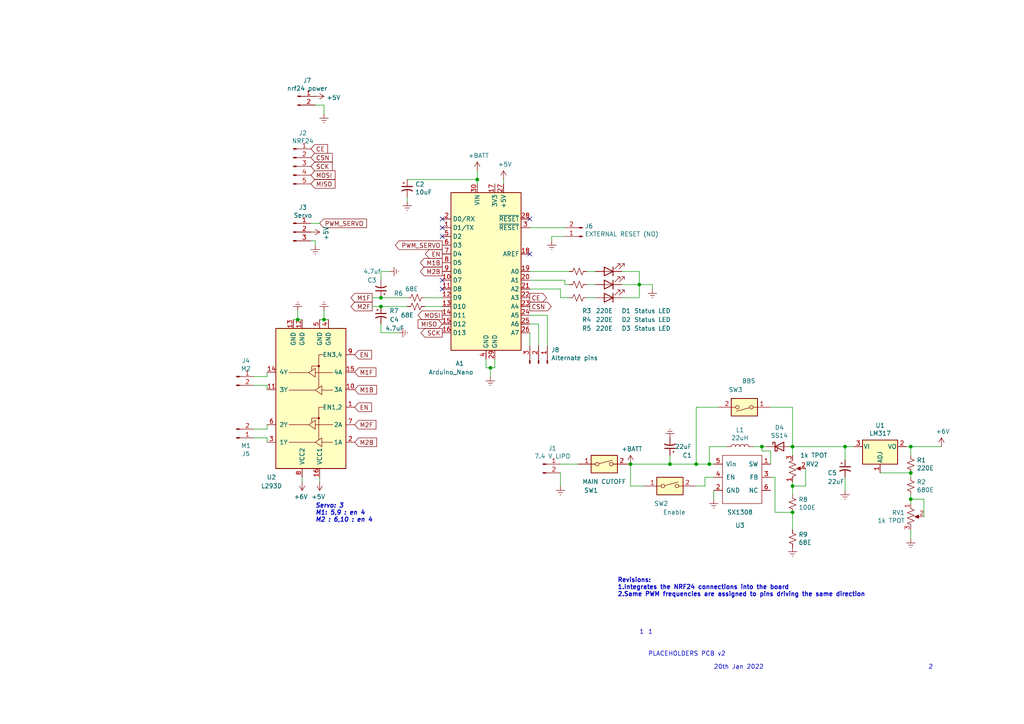
<source format=kicad_sch>
(kicad_sch (version 20211123) (generator eeschema)
  (paper "A4")
  (lib_symbols
    (symbol "Connector:Conn_01x02_Male" (pin_names (offset 1.016) hide)
      (property "Reference" "J" (at 0 2.54 0))
      (property "Value" "Conn_01x02_Male" (at 0 -5.08 0))
      (symbol "Conn_01x02_Male_1_1"
        (polyline (pts (xy 1.27 -2.54) (xy 0.8636 -2.54)) (stroke (width 0.1524)))
        (polyline (pts (xy 1.27 0) (xy 0.8636 0)) (stroke (width 0.1524)))
        (rectangle (start 0.8636 -2.413) (end 0 -2.667) (stroke (width 0.1524)) (fill (type outline)))
        (rectangle (start 0.8636 0.127) (end 0 -0.127) (stroke (width 0.1524)) (fill (type outline)))
        (pin passive line (at 5.08 0 180) (length 3.81) (name "Pin_1") (number "1"))
        (pin passive line (at 5.08 -2.54 180) (length 3.81) (name "Pin_2") (number "2"))
      )
    )
    (symbol "Connector:Conn_01x03_Male" (pin_names (offset 1.016) hide)
      (property "Reference" "J" (at 0 5.08 0))
      (property "Value" "Conn_01x03_Male" (at 0 -5.08 0))
      (symbol "Conn_01x03_Male_1_1"
        (polyline (pts (xy 1.27 -2.54) (xy 0.8636 -2.54)) (stroke (width 0.1524)))
        (polyline (pts (xy 1.27 0) (xy 0.8636 0)) (stroke (width 0.1524)))
        (polyline (pts (xy 1.27 2.54) (xy 0.8636 2.54)) (stroke (width 0.1524)))
        (rectangle (start 0.8636 -2.413) (end 0 -2.667) (stroke (width 0.1524)) (fill (type outline)))
        (rectangle (start 0.8636 0.127) (end 0 -0.127) (stroke (width 0.1524)) (fill (type outline)))
        (rectangle (start 0.8636 2.667) (end 0 2.413) (stroke (width 0.1524)) (fill (type outline)))
        (pin passive line (at 5.08 2.54 180) (length 3.81) (name "Pin_1") (number "1"))
        (pin passive line (at 5.08 0 180) (length 3.81) (name "Pin_2") (number "2"))
        (pin passive line (at 5.08 -2.54 180) (length 3.81) (name "Pin_3") (number "3"))
      )
    )
    (symbol "Connector:Conn_01x05_Male" (pin_names (offset 1.016) hide)
      (property "Reference" "J" (at 0 7.62 0))
      (property "Value" "Conn_01x05_Male" (at 0 -7.62 0))
      (symbol "Conn_01x05_Male_1_1"
        (polyline (pts (xy 1.27 -5.08) (xy 0.8636 -5.08)) (stroke (width 0.1524)))
        (polyline (pts (xy 1.27 -2.54) (xy 0.8636 -2.54)) (stroke (width 0.1524)))
        (polyline (pts (xy 1.27 0) (xy 0.8636 0)) (stroke (width 0.1524)))
        (polyline (pts (xy 1.27 2.54) (xy 0.8636 2.54)) (stroke (width 0.1524)))
        (polyline (pts (xy 1.27 5.08) (xy 0.8636 5.08)) (stroke (width 0.1524)))
        (rectangle (start 0.8636 -4.953) (end 0 -5.207) (stroke (width 0.1524)) (fill (type outline)))
        (rectangle (start 0.8636 -2.413) (end 0 -2.667) (stroke (width 0.1524)) (fill (type outline)))
        (rectangle (start 0.8636 0.127) (end 0 -0.127) (stroke (width 0.1524)) (fill (type outline)))
        (rectangle (start 0.8636 2.667) (end 0 2.413) (stroke (width 0.1524)) (fill (type outline)))
        (rectangle (start 0.8636 5.207) (end 0 4.953) (stroke (width 0.1524)) (fill (type outline)))
        (pin passive line (at 5.08 5.08 180) (length 3.81) (name "Pin_1") (number "1"))
        (pin passive line (at 5.08 2.54 180) (length 3.81) (name "Pin_2") (number "2"))
        (pin passive line (at 5.08 0 180) (length 3.81) (name "Pin_3") (number "3"))
        (pin passive line (at 5.08 -2.54 180) (length 3.81) (name "Pin_4") (number "4"))
        (pin passive line (at 5.08 -5.08 180) (length 3.81) (name "Pin_5") (number "5"))
      )
    )
    (symbol "Device:CP1_Small" (pin_numbers hide) (pin_names (offset 0.254) hide)
      (property "Reference" "C" (at 0.254 1.778 0))
      (property "Value" "Device_CP1_Small" (at 0.254 -2.032 0))
      (symbol "CP1_Small_0_1"
        (polyline (pts (xy -1.524 0.508) (xy 1.524 0.508)) (stroke (width 0.3048)))
        (polyline (pts (xy -1.27 1.524) (xy -0.762 1.524)))
        (polyline (pts (xy -1.016 1.27) (xy -1.016 1.778)))
        (arc (start 1.524 -0.762) (mid 0 -0.3734) (end -1.524 -0.762) (stroke (width 0.3048)))
      )
      (symbol "CP1_Small_1_1"
        (pin passive line (at 0 2.54 270) (length 2.032) (name "~") (number "1"))
        (pin passive line (at 0 -2.54 90) (length 2.032) (name "~") (number "2"))
      )
    )
    (symbol "Device:D_Schottky" (pin_numbers hide) (pin_names (offset 1.016) hide)
      (property "Reference" "D" (at 0 2.54 0))
      (property "Value" "D_Schottky" (at 0 -2.54 0))
      (symbol "D_Schottky_0_1"
        (polyline (pts (xy 1.27 0) (xy -1.27 0)))
        (polyline (pts (xy 1.27 1.27) (xy 1.27 -1.27) (xy -1.27 0) (xy 1.27 1.27)) (stroke (width 0.254)))
        (polyline (pts (xy -1.905 0.635) (xy -1.905 1.27) (xy -1.27 1.27) (xy -1.27 -1.27) (xy -0.635 -1.27) (xy -0.635 -0.635)) (stroke (width 0.254)))
      )
      (symbol "D_Schottky_1_1"
        (pin passive line (at -3.81 0 0) (length 2.54) (name "K") (number "1"))
        (pin passive line (at 3.81 0 180) (length 2.54) (name "A") (number "2"))
      )
    )
    (symbol "Device:L" (pin_numbers hide) (pin_names (offset 1.016) hide)
      (property "Reference" "L" (at -1.27 0 90))
      (property "Value" "L" (at 1.905 0 90))
      (symbol "L_0_1"
        (arc (start 0 -2.54) (mid 0.635 -1.905) (end 0 -1.27))
        (arc (start 0 -1.27) (mid 0.635 -0.635) (end 0 0))
        (arc (start 0 0) (mid 0.635 0.635) (end 0 1.27))
        (arc (start 0 1.27) (mid 0.635 1.905) (end 0 2.54))
      )
      (symbol "L_1_1"
        (pin passive line (at 0 3.81 270) (length 1.27) (name "1") (number "1"))
        (pin passive line (at 0 -3.81 90) (length 1.27) (name "2") (number "2"))
      )
    )
    (symbol "Device:LED" (pin_numbers hide) (pin_names (offset 1.016) hide)
      (property "Reference" "D" (at 0 2.54 0))
      (property "Value" "LED" (at 0 -2.54 0))
      (symbol "LED_0_1"
        (polyline (pts (xy -1.27 -1.27) (xy -1.27 1.27)) (stroke (width 0.254)))
        (polyline (pts (xy -1.27 0) (xy 1.27 0)))
        (polyline (pts (xy 1.27 -1.27) (xy 1.27 1.27) (xy -1.27 0) (xy 1.27 -1.27)) (stroke (width 0.254)))
        (polyline (pts (xy -3.048 -0.762) (xy -4.572 -2.286) (xy -3.81 -2.286) (xy -4.572 -2.286) (xy -4.572 -1.524)))
        (polyline (pts (xy -1.778 -0.762) (xy -3.302 -2.286) (xy -2.54 -2.286) (xy -3.302 -2.286) (xy -3.302 -1.524)))
      )
      (symbol "LED_1_1"
        (pin passive line (at -3.81 0 0) (length 2.54) (name "K") (number "1"))
        (pin passive line (at 3.81 0 180) (length 2.54) (name "A") (number "2"))
      )
    )
    (symbol "Device:R_POT_US" (pin_names (offset 1.016) hide)
      (property "Reference" "RV" (at -4.445 0 90))
      (property "Value" "Device_R_POT_US" (at -2.54 0 90))
      (symbol "R_POT_US_0_1"
        (polyline (pts (xy 0 -2.286) (xy 0 -2.54)))
        (polyline (pts (xy 0 2.54) (xy 0 2.286)))
        (polyline (pts (xy 2.54 0) (xy 1.524 0)))
        (polyline (pts (xy 1.143 0) (xy 2.286 0.508) (xy 2.286 -0.508) (xy 1.143 0)) (fill (type outline)))
        (polyline (pts (xy 0 -0.762) (xy 1.016 -1.143) (xy 0 -1.524) (xy -1.016 -1.905) (xy 0 -2.286)))
        (polyline (pts (xy 0 0.762) (xy 1.016 0.381) (xy 0 0) (xy -1.016 -0.381) (xy 0 -0.762)))
        (polyline (pts (xy 0 2.286) (xy 1.016 1.905) (xy 0 1.524) (xy -1.016 1.143) (xy 0 0.762)))
      )
      (symbol "R_POT_US_1_1"
        (pin passive line (at 0 3.81 270) (length 1.27) (name "1") (number "1"))
        (pin passive line (at 3.81 0 180) (length 1.27) (name "2") (number "2"))
        (pin passive line (at 0 -3.81 90) (length 1.27) (name "3") (number "3"))
      )
    )
    (symbol "Device:R_Small_US" (pin_numbers hide) (pin_names (offset 0.254) hide)
      (property "Reference" "R" (at 0.762 0.508 0))
      (property "Value" "R_Small_US" (at 0.762 -1.016 0))
      (symbol "R_Small_US_1_1"
        (polyline (pts (xy 0 0) (xy 1.016 -0.381) (xy 0 -0.762) (xy -1.016 -1.143) (xy 0 -1.524)))
        (polyline (pts (xy 0 1.524) (xy 1.016 1.143) (xy 0 0.762) (xy -1.016 0.381) (xy 0 0)))
        (pin passive line (at 0 2.54 270) (length 1.016) (name "~") (number "1"))
        (pin passive line (at 0 -2.54 90) (length 1.016) (name "~") (number "2"))
      )
    )
    (symbol "Driver_Motor:L293D" (pin_names (offset 1.016))
      (property "Reference" "U" (at -5.08 26.035 0))
      (property "Value" "L293D" (at -5.08 24.13 0))
      (symbol "L293D_0_1"
        (rectangle (start -10.16 22.86) (end 10.16 -17.78) (stroke (width 0.254)) (fill (type background)))
        (circle (center -2.286 -6.858) (radius 0.254) (fill (type outline)))
        (circle (center -2.286 8.255) (radius 0.254) (fill (type outline)))
        (polyline (pts (xy -6.35 -4.953) (xy -1.27 -4.953)))
        (polyline (pts (xy -6.35 0.127) (xy -3.175 0.127)))
        (polyline (pts (xy -6.35 10.16) (xy -1.27 10.16)))
        (polyline (pts (xy -6.35 15.24) (xy -3.175 15.24)))
        (polyline (pts (xy -1.27 0.127) (xy 6.35 0.127)))
        (polyline (pts (xy -1.27 15.24) (xy 6.35 15.24)))
        (polyline (pts (xy 0.635 -4.953) (xy 6.35 -4.953)))
        (polyline (pts (xy 0.635 10.16) (xy 6.35 10.16)))
        (polyline (pts (xy -2.286 -6.858) (xy -0.254 -6.858) (xy -0.254 -5.588)))
        (polyline (pts (xy -2.286 -0.635) (xy -2.286 -10.16) (xy -3.556 -10.16)))
        (polyline (pts (xy -2.286 8.255) (xy -0.254 8.255) (xy -0.254 9.525)))
        (polyline (pts (xy -2.286 14.478) (xy -2.286 5.08) (xy -3.556 5.08)))
        (polyline (pts (xy -3.175 1.397) (xy -3.175 -1.143) (xy -1.27 0.127) (xy -3.175 1.397)))
        (polyline (pts (xy -3.175 16.51) (xy -3.175 13.97) (xy -1.27 15.24) (xy -3.175 16.51)))
        (polyline (pts (xy -1.27 -3.683) (xy -1.27 -6.223) (xy 0.635 -4.953) (xy -1.27 -3.683)))
        (polyline (pts (xy -1.27 11.43) (xy -1.27 8.89) (xy 0.635 10.16) (xy -1.27 11.43)))
      )
      (symbol "L293D_1_1"
        (pin input line (at -12.7 5.08 0) (length 2.54) (name "EN1,2") (number "1"))
        (pin input line (at -12.7 0 0) (length 2.54) (name "3A") (number "10"))
        (pin output line (at 12.7 0 180) (length 2.54) (name "3Y") (number "11"))
        (pin power_in line (at 2.54 -20.32 90) (length 2.54) (name "GND") (number "12"))
        (pin power_in line (at 5.08 -20.32 90) (length 2.54) (name "GND") (number "13"))
        (pin output line (at 12.7 -5.08 180) (length 2.54) (name "4Y") (number "14"))
        (pin input line (at -12.7 -5.08 0) (length 2.54) (name "4A") (number "15"))
        (pin power_in line (at -2.54 25.4 270) (length 2.54) (name "VCC1") (number "16"))
        (pin input line (at -12.7 15.24 0) (length 2.54) (name "1A") (number "2"))
        (pin output line (at 12.7 15.24 180) (length 2.54) (name "1Y") (number "3"))
        (pin power_in line (at -5.08 -20.32 90) (length 2.54) (name "GND") (number "4"))
        (pin power_in line (at -2.54 -20.32 90) (length 2.54) (name "GND") (number "5"))
        (pin output line (at 12.7 10.16 180) (length 2.54) (name "2Y") (number "6"))
        (pin input line (at -12.7 10.16 0) (length 2.54) (name "2A") (number "7"))
        (pin power_in line (at 2.54 25.4 270) (length 2.54) (name "VCC2") (number "8"))
        (pin input line (at -12.7 -10.16 0) (length 2.54) (name "EN3,4") (number "9"))
      )
    )
    (symbol "MCU_Module:Arduino_Nano_v3.x"
      (property "Reference" "A" (at -10.16 23.495 0))
      (property "Value" "Arduino_Nano_v3.x" (at 5.08 -24.13 0))
      (symbol "Arduino_Nano_v3.x_0_1"
        (rectangle (start -10.16 22.86) (end 10.16 -22.86) (stroke (width 0.254)) (fill (type background)))
      )
      (symbol "Arduino_Nano_v3.x_1_1"
        (pin bidirectional line (at -12.7 12.7 0) (length 2.54) (name "D1/TX") (number "1"))
        (pin bidirectional line (at -12.7 -2.54 0) (length 2.54) (name "D7") (number "10"))
        (pin bidirectional line (at -12.7 -5.08 0) (length 2.54) (name "D8") (number "11"))
        (pin bidirectional line (at -12.7 -7.62 0) (length 2.54) (name "D9") (number "12"))
        (pin bidirectional line (at -12.7 -10.16 0) (length 2.54) (name "D10") (number "13"))
        (pin bidirectional line (at -12.7 -12.7 0) (length 2.54) (name "D11") (number "14"))
        (pin bidirectional line (at -12.7 -15.24 0) (length 2.54) (name "D12") (number "15"))
        (pin bidirectional line (at -12.7 -17.78 0) (length 2.54) (name "D13") (number "16"))
        (pin power_out line (at 2.54 25.4 270) (length 2.54) (name "3V3") (number "17"))
        (pin input line (at 12.7 5.08 180) (length 2.54) (name "AREF") (number "18"))
        (pin bidirectional line (at 12.7 0 180) (length 2.54) (name "A0") (number "19"))
        (pin bidirectional line (at -12.7 15.24 0) (length 2.54) (name "D0/RX") (number "2"))
        (pin bidirectional line (at 12.7 -2.54 180) (length 2.54) (name "A1") (number "20"))
        (pin bidirectional line (at 12.7 -5.08 180) (length 2.54) (name "A2") (number "21"))
        (pin bidirectional line (at 12.7 -7.62 180) (length 2.54) (name "A3") (number "22"))
        (pin bidirectional line (at 12.7 -10.16 180) (length 2.54) (name "A4") (number "23"))
        (pin bidirectional line (at 12.7 -12.7 180) (length 2.54) (name "A5") (number "24"))
        (pin bidirectional line (at 12.7 -15.24 180) (length 2.54) (name "A6") (number "25"))
        (pin bidirectional line (at 12.7 -17.78 180) (length 2.54) (name "A7") (number "26"))
        (pin power_out line (at 5.08 25.4 270) (length 2.54) (name "+5V") (number "27"))
        (pin input line (at 12.7 15.24 180) (length 2.54) (name "~{RESET}") (number "28"))
        (pin power_in line (at 2.54 -25.4 90) (length 2.54) (name "GND") (number "29"))
        (pin input line (at 12.7 12.7 180) (length 2.54) (name "~{RESET}") (number "3"))
        (pin power_in line (at -2.54 25.4 270) (length 2.54) (name "VIN") (number "30"))
        (pin power_in line (at 0 -25.4 90) (length 2.54) (name "GND") (number "4"))
        (pin bidirectional line (at -12.7 10.16 0) (length 2.54) (name "D2") (number "5"))
        (pin bidirectional line (at -12.7 7.62 0) (length 2.54) (name "D3") (number "6"))
        (pin bidirectional line (at -12.7 5.08 0) (length 2.54) (name "D4") (number "7"))
        (pin bidirectional line (at -12.7 2.54 0) (length 2.54) (name "D5") (number "8"))
        (pin bidirectional line (at -12.7 0 0) (length 2.54) (name "D6") (number "9"))
      )
    )
    (symbol "Regulator_Linear:LM317_3PinPackage" (pin_names (offset 0.254))
      (property "Reference" "U" (at -3.81 3.175 0))
      (property "Value" "Regulator_Linear_LM317_3PinPackage" (at 0 3.175 0))
      (symbol "LM317_3PinPackage_0_1"
        (rectangle (start -5.08 1.905) (end 5.08 -5.08) (stroke (width 0.254)) (fill (type background)))
      )
      (symbol "LM317_3PinPackage_1_1"
        (pin input line (at 0 -7.62 90) (length 2.54) (name "ADJ") (number "1"))
        (pin power_out line (at 7.62 0 180) (length 2.54) (name "VO") (number "2"))
        (pin power_in line (at -7.62 0 0) (length 2.54) (name "VI") (number "3"))
      )
    )
    (symbol "Switch:SW_DIP_x01" (pin_names (offset 0) hide)
      (property "Reference" "SW" (at 0 3.81 0))
      (property "Value" "SW_DIP_x01" (at 0 -3.81 0))
      (symbol "SW_DIP_x01_0_0"
        (circle (center -2.032 0) (radius 0.508))
        (polyline (pts (xy -1.524 0.127) (xy 2.3622 1.1684)))
        (circle (center 2.032 0) (radius 0.508))
      )
      (symbol "SW_DIP_x01_0_1"
        (rectangle (start -3.81 2.54) (end 3.81 -2.54) (stroke (width 0.254)) (fill (type background)))
      )
      (symbol "SW_DIP_x01_1_1"
        (pin passive line (at -7.62 0 0) (length 5.08) (name "~") (number "1"))
        (pin passive line (at 7.62 0 180) (length 5.08) (name "~") (number "2"))
      )
    )
    (symbol "pcb_flip:SX1308" (pin_names (offset 1.016))
      (property "Reference" "U" (at -1.27 7.62 0))
      (property "Value" "SX1308" (at 0 -11.43 0))
      (symbol "SX1308_0_1"
        (rectangle (start -6.35 5.08) (end 5.08 -8.89))
      )
      (symbol "SX1308_1_1"
        (pin input line (at 7.62 2.54 180) (length 2.54) (name "SW") (number "1"))
        (pin input line (at -8.89 -5.08 0) (length 2.54) (name "GND") (number "2"))
        (pin input line (at 7.62 -1.27 180) (length 2.54) (name "FB") (number "3"))
        (pin input line (at -8.89 -1.27 0) (length 2.54) (name "EN") (number "4"))
        (pin input line (at -8.89 2.54 0) (length 2.54) (name "Vin") (number "5"))
        (pin input line (at 7.62 -5.08 180) (length 2.54) (name "NC") (number "6"))
      )
    )
    (symbol "power:+5V" (power) (pin_names (offset 0))
      (property "Value" "+5V" (at 0 3.556 0))
      (symbol "+5V_0_1"
        (polyline (pts (xy -0.762 1.27) (xy 0 2.54)))
        (polyline (pts (xy 0 0) (xy 0 2.54)))
        (polyline (pts (xy 0 2.54) (xy 0.762 1.27)))
      )
      (symbol "+5V_1_1"
        (pin power_in line (at 0 0 90) (length 0) hide (name "+5V") (number "1"))
      )
    )
    (symbol "power:+6V" (power) (pin_names (offset 0))
      (property "Value" "+6V" (at 0 3.556 0))
      (symbol "+6V_0_1"
        (polyline (pts (xy -0.762 1.27) (xy 0 2.54)))
        (polyline (pts (xy 0 0) (xy 0 2.54)))
        (polyline (pts (xy 0 2.54) (xy 0.762 1.27)))
      )
      (symbol "+6V_1_1"
        (pin power_in line (at 0 0 90) (length 0) hide (name "+6V") (number "1"))
      )
    )
    (symbol "power:+BATT" (power) (pin_names (offset 0))
      (property "Value" "+BATT" (at 0 3.556 0))
      (symbol "+BATT_0_1"
        (polyline (pts (xy -0.762 1.27) (xy 0 2.54)))
        (polyline (pts (xy 0 0) (xy 0 2.54)))
        (polyline (pts (xy 0 2.54) (xy 0.762 1.27)))
      )
      (symbol "+BATT_1_1"
        (pin power_in line (at 0 0 90) (length 0) hide (name "+BATT") (number "1"))
      )
    )
    (symbol "power:Earth" (power) (pin_names (offset 0))
      (symbol "Earth_0_1"
        (polyline (pts (xy -0.635 -1.905) (xy 0.635 -1.905)))
        (polyline (pts (xy -0.127 -2.54) (xy 0.127 -2.54)))
        (polyline (pts (xy 0 -1.27) (xy 0 0)))
        (polyline (pts (xy 1.27 -1.27) (xy -1.27 -1.27)))
      )
      (symbol "Earth_1_1"
        (pin power_in line (at 0 0 270) (length 0) hide (name "Earth") (number "1"))
      )
    )
  )
  (junction (at 229.87 148.59))
  (junction (at 110.49 86.36))
  (junction (at 138.43 52.07))
  (junction (at 110.49 88.9))
  (junction (at 205.74 134.62))
  (junction (at 86.36 92.71))
  (junction (at 245.11 129.54))
  (junction (at 220.98 129.54))
  (junction (at 264.16 129.54))
  (junction (at 182.88 134.62))
  (junction (at 229.87 129.54))
  (junction (at 264.16 137.16))
  (junction (at 264.16 144.78))
  (junction (at 201.93 134.62))
  (junction (at 185.42 82.55))
  (junction (at 194.31 134.62))
  (junction (at 93.98 92.71))
  (junction (at 229.87 140.97))
  (junction (at 142.24 106.68))
  (no_connect (at 128.27 66.04))
  (no_connect (at 128.27 68.58))
  (no_connect (at 153.67 73.66))
  (no_connect (at 128.27 83.82))
  (no_connect (at 128.27 81.28))
  (no_connect (at 128.27 63.5))
  (no_connect (at 153.67 63.5))
  (wire (pts (xy 229.87 129.54) (xy 229.87 132.08)))
  (wire (pts (xy 153.67 91.44) (xy 158.75 91.44)))
  (wire (pts (xy 185.42 82.55) (xy 185.42 78.74)))
  (wire (pts (xy 138.43 49.53) (xy 138.43 52.07)))
  (wire (pts (xy 267.97 144.78) (xy 264.16 144.78)))
  (wire (pts (xy 93.98 92.71) (xy 95.25 92.71)))
  (wire (pts (xy 233.68 140.97) (xy 229.87 140.97)))
  (wire (pts (xy 140.97 104.14) (xy 140.97 106.68)))
  (wire (pts (xy 142.24 106.68) (xy 143.51 106.68)))
  (wire (pts (xy 91.44 30.48) (xy 93.98 30.48)))
  (wire (pts (xy 160.02 68.58) (xy 160.02 69.85)))
  (wire (pts (xy 123.19 86.36) (xy 128.27 86.36)))
  (wire (pts (xy 267.97 149.86) (xy 267.97 144.78)))
  (wire (pts (xy 245.11 129.54) (xy 247.65 129.54)))
  (wire (pts (xy 223.52 118.11) (xy 229.87 118.11)))
  (wire (pts (xy 86.36 90.17) (xy 86.36 92.71)))
  (wire (pts (xy 201.93 134.62) (xy 205.74 134.62)))
  (wire (pts (xy 77.47 111.76) (xy 77.47 113.03)))
  (wire (pts (xy 162.56 86.36) (xy 165.1 86.36)))
  (wire (pts (xy 92.71 138.43) (xy 92.71 139.7)))
  (wire (pts (xy 185.42 86.36) (xy 185.42 82.55)))
  (wire (pts (xy 210.82 129.54) (xy 205.74 129.54)))
  (wire (pts (xy 201.93 134.62) (xy 201.93 118.11)))
  (wire (pts (xy 123.19 88.9) (xy 128.27 88.9)))
  (wire (pts (xy 92.71 92.71) (xy 93.98 92.71)))
  (wire (pts (xy 153.67 93.98) (xy 156.21 93.98)))
  (wire (pts (xy 220.98 130.81) (xy 220.98 129.54)))
  (wire (pts (xy 223.52 138.43) (xy 224.79 138.43)))
  (wire (pts (xy 160.02 68.58) (xy 163.83 68.58)))
  (wire (pts (xy 162.56 83.82) (xy 162.56 86.36)))
  (wire (pts (xy 110.49 86.36) (xy 118.11 86.36)))
  (wire (pts (xy 204.47 138.43) (xy 204.47 140.97)))
  (wire (pts (xy 153.67 81.28) (xy 163.83 81.28)))
  (wire (pts (xy 162.56 134.62) (xy 167.64 134.62)))
  (wire (pts (xy 264.16 129.54) (xy 264.16 132.08)))
  (wire (pts (xy 224.79 148.59) (xy 229.87 148.59)))
  (wire (pts (xy 264.16 153.67) (xy 264.16 156.21)))
  (wire (pts (xy 170.18 78.74) (xy 172.72 78.74)))
  (wire (pts (xy 223.52 134.62) (xy 223.52 130.81)))
  (wire (pts (xy 186.69 140.97) (xy 182.88 140.97)))
  (wire (pts (xy 201.93 118.11) (xy 208.28 118.11)))
  (wire (pts (xy 204.47 138.43) (xy 207.01 138.43)))
  (wire (pts (xy 233.68 135.89) (xy 233.68 140.97)))
  (wire (pts (xy 143.51 106.68) (xy 143.51 104.14)))
  (wire (pts (xy 229.87 118.11) (xy 229.87 129.54)))
  (wire (pts (xy 153.67 83.82) (xy 162.56 83.82)))
  (wire (pts (xy 170.18 82.55) (xy 172.72 82.55)))
  (wire (pts (xy 255.27 137.16) (xy 264.16 137.16)))
  (wire (pts (xy 153.67 78.74) (xy 165.1 78.74)))
  (wire (pts (xy 77.47 109.22) (xy 77.47 107.95)))
  (wire (pts (xy 224.79 138.43) (xy 224.79 148.59)))
  (wire (pts (xy 85.09 92.71) (xy 86.36 92.71)))
  (wire (pts (xy 90.17 69.85) (xy 91.44 69.85)))
  (wire (pts (xy 180.34 78.74) (xy 185.42 78.74)))
  (wire (pts (xy 194.31 132.08) (xy 194.31 134.62)))
  (wire (pts (xy 146.05 52.07) (xy 146.05 53.34)))
  (wire (pts (xy 142.24 106.68) (xy 142.24 109.22)))
  (wire (pts (xy 110.49 81.28) (xy 110.49 78.74)))
  (wire (pts (xy 273.05 129.54) (xy 264.16 129.54)))
  (wire (pts (xy 118.11 52.07) (xy 138.43 52.07)))
  (wire (pts (xy 107.95 88.9) (xy 110.49 88.9)))
  (wire (pts (xy 153.67 96.52) (xy 153.67 100.33)))
  (wire (pts (xy 73.66 127) (xy 77.47 127)))
  (wire (pts (xy 229.87 148.59) (xy 229.87 153.67)))
  (wire (pts (xy 91.44 69.85) (xy 91.44 71.12)))
  (wire (pts (xy 264.16 143.51) (xy 264.16 144.78)))
  (wire (pts (xy 110.49 78.74) (xy 113.03 78.74)))
  (wire (pts (xy 156.21 93.98) (xy 156.21 100.33)))
  (wire (pts (xy 218.44 129.54) (xy 220.98 129.54)))
  (wire (pts (xy 110.49 93.98) (xy 110.49 96.52)))
  (wire (pts (xy 205.74 134.62) (xy 207.01 134.62)))
  (wire (pts (xy 220.98 129.54) (xy 222.25 129.54)))
  (wire (pts (xy 162.56 137.16) (xy 162.56 140.97)))
  (wire (pts (xy 73.66 111.76) (xy 77.47 111.76)))
  (wire (pts (xy 180.34 86.36) (xy 185.42 86.36)))
  (wire (pts (xy 245.11 129.54) (xy 245.11 133.35)))
  (wire (pts (xy 170.18 86.36) (xy 172.72 86.36)))
  (wire (pts (xy 229.87 129.54) (xy 245.11 129.54)))
  (wire (pts (xy 92.71 64.77) (xy 90.17 64.77)))
  (wire (pts (xy 229.87 139.7) (xy 229.87 140.97)))
  (wire (pts (xy 86.36 92.71) (xy 87.63 92.71)))
  (wire (pts (xy 180.34 82.55) (xy 185.42 82.55)))
  (wire (pts (xy 182.88 134.62) (xy 182.88 140.97)))
  (wire (pts (xy 182.88 134.62) (xy 194.31 134.62)))
  (wire (pts (xy 264.16 137.16) (xy 264.16 138.43)))
  (wire (pts (xy 229.87 129.54) (xy 228.6 129.54)))
  (wire (pts (xy 189.23 82.55) (xy 189.23 83.82)))
  (wire (pts (xy 140.97 106.68) (xy 142.24 106.68)))
  (wire (pts (xy 73.66 109.22) (xy 77.47 109.22)))
  (wire (pts (xy 163.83 66.04) (xy 153.67 66.04)))
  (wire (pts (xy 262.89 129.54) (xy 264.16 129.54)))
  (wire (pts (xy 201.93 140.97) (xy 204.47 140.97)))
  (wire (pts (xy 223.52 130.81) (xy 220.98 130.81)))
  (wire (pts (xy 158.75 91.44) (xy 158.75 100.33)))
  (wire (pts (xy 229.87 140.97) (xy 229.87 143.51)))
  (wire (pts (xy 93.98 30.48) (xy 93.98 33.02)))
  (wire (pts (xy 138.43 52.07) (xy 138.43 53.34)))
  (wire (pts (xy 77.47 124.46) (xy 77.47 123.19)))
  (wire (pts (xy 163.83 81.28) (xy 163.83 82.55)))
  (wire (pts (xy 194.31 134.62) (xy 201.93 134.62)))
  (wire (pts (xy 110.49 96.52) (xy 115.57 96.52)))
  (wire (pts (xy 77.47 127) (xy 77.47 128.27)))
  (wire (pts (xy 245.11 138.43) (xy 245.11 142.24)))
  (wire (pts (xy 264.16 144.78) (xy 264.16 146.05)))
  (wire (pts (xy 163.83 82.55) (xy 165.1 82.55)))
  (wire (pts (xy 93.98 90.17) (xy 93.98 92.71)))
  (wire (pts (xy 110.49 88.9) (xy 118.11 88.9)))
  (wire (pts (xy 185.42 82.55) (xy 189.23 82.55)))
  (wire (pts (xy 118.11 57.15) (xy 118.11 58.42)))
  (wire (pts (xy 207.01 142.24) (xy 207.01 144.78)))
  (wire (pts (xy 87.63 138.43) (xy 87.63 139.7)))
  (wire (pts (xy 205.74 129.54) (xy 205.74 134.62)))
  (wire (pts (xy 107.95 86.36) (xy 110.49 86.36)))
  (wire (pts (xy 73.66 124.46) (xy 77.47 124.46)))
  (text "2\n" (at 269.24 194.31 0) (effects (font (size 1.27 1.27)) (justify left bottom)))
  (text "1" (at 187.96 184.15 0) (effects (font (size 1.27 1.27)) (justify left bottom)))
  (text "20th Jan 2022\n" (at 207.01 194.31 0) (effects (font (size 1.27 1.27)) (justify left bottom)))
  (text "PLACEHOLDERS PCB v2\n" (at 187.96 190.5 0) (effects (font (size 1.27 1.27)) (justify left bottom)))
  (text "1" (at 185.42 184.15 0) (effects (font (size 1.27 1.27)) (justify left bottom)))
  (text "Servo: 3\nM1: 5,9 : en 4\nM2 : 6,10 : en 4\n\n" (at 91.44 153.67 0) (effects (font (size 1.27 1.27) (thickness 0.254) bold italic) (justify left bottom)))
  (text "Revisions: \n1.Integrates the NRF24 connections into the board\n2.Same PWM frequencies are assigned to pins driving the same direction\n\n" (at 179.07 175.26 0) (effects (font (size 1.27 1.27) (thickness 0.254) bold) (justify left bottom)))
  (global_label "M1F" (shape output) (at 107.95 86.36 180) (property "Intersheet References" "${INTERSHEET_REFS}" (effects hide)))
  (global_label "CE" (shape input) (at 90.17 43.18 0) (property "Intersheet References" "${INTERSHEET_REFS}" (effects hide)))
  (global_label "M2F" (shape output) (at 107.95 88.9 180) (property "Intersheet References" "${INTERSHEET_REFS}" (effects hide)))
  (global_label "M1B" (shape input) (at 102.87 113.03 0) (property "Intersheet References" "${INTERSHEET_REFS}" (effects hide)))
  (global_label "M2B" (shape input) (at 102.87 128.27 0) (property "Intersheet References" "${INTERSHEET_REFS}" (effects hide)))
  (global_label "M1B" (shape output) (at 128.27 76.2 180) (property "Intersheet References" "${INTERSHEET_REFS}" (effects hide)))
  (global_label "PWM_SERVO" (shape output) (at 128.27 71.12 180) (property "Intersheet References" "${INTERSHEET_REFS}" (effects hide)))
  (global_label "MISO" (shape input) (at 90.17 53.34 0) (property "Intersheet References" "${INTERSHEET_REFS}" (effects hide)))
  (global_label "PWM_SERVO" (shape input) (at 92.71 64.77 0) (property "Intersheet References" "${INTERSHEET_REFS}" (effects hide)))
  (global_label "CE" (shape output) (at 153.67 86.36 0) (property "Intersheet References" "${INTERSHEET_REFS}" (effects hide)))
  (global_label "MOSI" (shape output) (at 128.27 91.44 180) (property "Intersheet References" "${INTERSHEET_REFS}" (effects hide)))
  (global_label "SCK" (shape output) (at 128.27 96.52 180) (property "Intersheet References" "${INTERSHEET_REFS}" (effects hide)))
  (global_label "SCK" (shape input) (at 90.17 48.26 0) (property "Intersheet References" "${INTERSHEET_REFS}" (effects hide)))
  (global_label "EN" (shape input) (at 102.87 118.11 0) (property "Intersheet References" "${INTERSHEET_REFS}" (effects hide)))
  (global_label "M2F" (shape input) (at 102.87 123.19 0) (property "Intersheet References" "${INTERSHEET_REFS}" (effects hide)))
  (global_label "MISO" (shape input) (at 128.27 93.98 180) (property "Intersheet References" "${INTERSHEET_REFS}" (effects hide)))
  (global_label "EN" (shape input) (at 102.87 102.87 0) (property "Intersheet References" "${INTERSHEET_REFS}" (effects hide)))
  (global_label "MOSI" (shape input) (at 90.17 50.8 0) (property "Intersheet References" "${INTERSHEET_REFS}" (effects hide)))
  (global_label "EN" (shape output) (at 128.27 73.66 180) (property "Intersheet References" "${INTERSHEET_REFS}" (effects hide)))
  (global_label "CSN" (shape output) (at 153.67 88.9 0) (property "Intersheet References" "${INTERSHEET_REFS}" (effects hide)))
  (global_label "M2B" (shape output) (at 128.27 78.74 180) (property "Intersheet References" "${INTERSHEET_REFS}" (effects hide)))
  (global_label "M1F" (shape input) (at 102.87 107.95 0) (property "Intersheet References" "${INTERSHEET_REFS}" (effects hide)))
  (global_label "CSN" (shape input) (at 90.17 45.72 0) (property "Intersheet References" "${INTERSHEET_REFS}" (effects hide)))
  (symbol (lib_id "MCU_Module:Arduino_Nano_v3.x") (at 140.97 78.74 0) (unit 1)
    (property "Reference" "A1" (at 133.35 105.41 0))
    (property "Value" "Arduino_Nano" (at 130.81 107.95 0))
    (property "Footprint" "Module:Arduino_Nano" (effects hide))
    (property "Datasheet" "http://www.mouser.com/pdfdocs/Gravitech_Arduino_Nano3_0.pdf" (effects hide))
  )
  (symbol (lib_id "Regulator_Linear:LM317_3PinPackage") (at 255.27 129.54 0) (unit 1)
    (property "Reference" "U1" (at 255.27 123.3932 0))
    (property "Value" "LM317 " (at 255.27 125.7046 0))
    (property "Footprint" "Package_TO_SOT_THT:TO-220-3_Vertical" (effects hide))
    (property "Datasheet" "http://www.ti.com/lit/ds/symlink/lm317.pdf" (effects hide))
  )
  (symbol (lib_id "Device:R_Small_US") (at 264.16 134.62 0) (unit 1)
    (property "Reference" "R1" (at 265.8872 133.4516 0) (effects (justify left)))
    (property "Value" "220E" (at 265.8872 135.763 0) (effects (justify left)))
    (property "Footprint" "Resistor_SMD:R_0805_2012Metric_Pad1.20x1.40mm_HandSolder" (effects hide))
  )
  (symbol (lib_id "Device:R_Small_US") (at 264.16 140.97 0) (unit 1)
    (property "Reference" "R2" (at 265.8872 139.8016 0) (effects (justify left)))
    (property "Value" "680E" (at 265.8872 142.113 0) (effects (justify left)))
    (property "Footprint" "Resistor_SMD:R_0805_2012Metric_Pad1.20x1.40mm_HandSolder" (effects hide))
  )
  (symbol (lib_id "Connector:Conn_01x02_Male") (at 157.48 134.62 0) (unit 1)
    (property "Reference" "J1" (at 160.2232 130.0226 0))
    (property "Value" "7.4 V LIPO" (at 160.2232 132.334 0))
    (property "Footprint" "Connector_JST:JST_XH_B2B-XH-A_1x02_P2.50mm_Vertical" (effects hide))
  )
  (symbol (lib_id "power:Earth") (at 229.87 158.75 0) (unit 1)
    (property "Reference" "#PWR0101" (effects hide))
    (property "Value" "Earth" (effects hide))
  )
  (symbol (lib_id "power:Earth") (at 264.16 156.21 0) (unit 1)
    (property "Reference" "#PWR0102" (effects hide))
    (property "Value" "Earth" (effects hide))
  )
  (symbol (lib_id "power:Earth") (at 245.11 142.24 0) (unit 1)
    (property "Reference" "#PWR0103" (effects hide))
    (property "Value" "Earth" (effects hide))
  )
  (symbol (lib_id "power:+6V") (at 273.05 129.54 0) (unit 1)
    (property "Reference" "#PWR0104" (effects hide))
    (property "Value" "+6V" (at 273.431 125.1458 0))
  )
  (symbol (lib_id "power:+BATT") (at 138.43 49.53 0) (unit 1)
    (property "Reference" "#PWR0105" (effects hide))
    (property "Value" "+BATT" (at 138.811 45.1358 0))
  )
  (symbol (lib_id "Device:CP1_Small") (at 118.11 54.61 0) (unit 1)
    (property "Reference" "C2" (at 120.4214 53.4416 0) (effects (justify left)))
    (property "Value" "10uF" (at 120.4214 55.753 0) (effects (justify left)))
    (property "Footprint" "Capacitor_Tantalum_SMD:CP_EIA-3528-12_Kemet-T_Pad1.50x2.35mm_HandSolder" (effects hide))
  )
  (symbol (lib_id "power:Earth") (at 118.11 58.42 0) (unit 1)
    (property "Reference" "#PWR0106" (effects hide))
    (property "Value" "Earth" (effects hide))
  )
  (symbol (lib_id "power:+5V") (at 146.05 52.07 0) (unit 1)
    (property "Reference" "#PWR0107" (effects hide))
    (property "Value" "+5V" (at 146.431 47.6758 0))
  )
  (symbol (lib_id "power:Earth") (at 142.24 109.22 0) (unit 1)
    (property "Reference" "#PWR0108" (effects hide))
    (property "Value" "Earth" (effects hide))
  )
  (symbol (lib_id "Driver_Motor:L293D") (at 90.17 113.03 180) (unit 1)
    (property "Reference" "U2" (at 78.74 138.43 0))
    (property "Value" "L293D" (at 78.74 140.97 0))
    (property "Footprint" "Package_DIP:DIP-16_W7.62mm_Socket" (effects hide))
    (property "Datasheet" "http://www.ti.com/lit/ds/symlink/l293.pdf" (effects hide))
  )
  (symbol (lib_id "power:+5V") (at 92.71 139.7 180) (unit 1)
    (property "Reference" "#PWR0109" (effects hide))
    (property "Value" "+5V" (at 92.329 144.0942 0))
  )
  (symbol (lib_id "power:+6V") (at 87.63 139.7 180) (unit 1)
    (property "Reference" "#PWR0110" (effects hide))
    (property "Value" "+6V" (at 87.249 144.0942 0))
  )
  (symbol (lib_id "power:Earth") (at 86.36 90.17 180) (unit 1)
    (property "Reference" "#PWR0113" (effects hide))
    (property "Value" "Earth" (effects hide))
  )
  (symbol (lib_id "power:Earth") (at 93.98 90.17 180) (unit 1)
    (property "Reference" "#PWR0114" (effects hide))
    (property "Value" "Earth" (effects hide))
  )
  (symbol (lib_id "Connector:Conn_01x02_Male") (at 68.58 109.22 0) (unit 1)
    (property "Reference" "J4" (at 71.3232 104.6226 0))
    (property "Value" "M2" (at 71.3232 106.934 0))
    (property "Footprint" "TerminalBlock_Phoenix:TerminalBlock_Phoenix_MKDS-1,5-2_1x02_P5.00mm_Horizontal" (effects hide))
  )
  (symbol (lib_id "Connector:Conn_01x02_Male") (at 68.58 127 0) (mirror x) (unit 1)
    (property "Reference" "J5" (at 71.3232 131.5974 0))
    (property "Value" "M1" (at 71.3232 129.286 0))
    (property "Footprint" "TerminalBlock_Phoenix:TerminalBlock_Phoenix_MKDS-1,5-2_1x02_P5.00mm_Horizontal" (effects hide))
  )
  (symbol (lib_id "Connector:Conn_01x03_Male") (at 85.09 67.31 0) (unit 1)
    (property "Reference" "J3" (at 87.8332 60.1726 0))
    (property "Value" "Servo" (at 87.8332 62.484 0))
    (property "Footprint" "Connector_PinHeader_2.54mm:PinHeader_1x03_P2.54mm_Vertical" (effects hide))
  )
  (symbol (lib_id "power:Earth") (at 91.44 71.12 0) (unit 1)
    (property "Reference" "#PWR0116" (effects hide))
    (property "Value" "Earth" (effects hide))
  )
  (symbol (lib_id "power:+BATT") (at 182.88 134.62 0) (unit 1)
    (property "Reference" "#PWR0117" (effects hide))
    (property "Value" "+BATT" (at 183.261 130.2258 0))
  )
  (symbol (lib_id "Switch:SW_DIP_x01") (at 175.26 134.62 0) (unit 1)
    (property "Reference" "SW1" (at 171.45 142.24 0))
    (property "Value" "MAIN CUTOFF" (at 175.26 139.7 0))
    (property "Footprint" "Connector_JST:JST_XH_B2B-XH-A_1x02_P2.50mm_Vertical" (effects hide))
  )
  (symbol (lib_id "power:Earth") (at 160.02 69.85 0) (unit 1)
    (property "Reference" "#PWR0118" (effects hide))
    (property "Value" "Earth" (effects hide))
  )
  (symbol (lib_id "Connector:Conn_01x02_Male") (at 168.91 68.58 180) (unit 1)
    (property "Reference" "J6" (at 169.6212 65.5828 0) (effects (justify right)))
    (property "Value" "EXTERNAL RESET (NO)" (at 169.6212 67.8942 0) (effects (justify right)))
    (property "Footprint" "Connector_PinHeader_2.54mm:PinHeader_1x02_P2.54mm_Vertical" (effects hide))
  )
  (symbol (lib_id "Device:LED") (at 176.53 86.36 180) (unit 1)
    (property "Reference" "D3" (at 181.61 95.25 0))
    (property "Value" "Status LED" (at 189.23 95.25 0))
    (property "Footprint" "LED_THT:LED_D5.0mm_IRGrey" (effects hide))
  )
  (symbol (lib_id "Device:LED") (at 176.53 82.55 180) (unit 1)
    (property "Reference" "D2" (at 181.61 92.71 0))
    (property "Value" "Status LED" (at 189.23 92.71 0))
    (property "Footprint" "LED_THT:LED_D5.0mm_IRGrey" (effects hide))
  )
  (symbol (lib_id "Device:LED") (at 176.53 78.74 180) (unit 1)
    (property "Reference" "D1" (at 181.61 90.17 0))
    (property "Value" "Status LED" (at 189.23 90.17 0))
    (property "Footprint" "LED_THT:LED_D5.0mm_IRGrey" (effects hide))
  )
  (symbol (lib_id "Device:R_Small_US") (at 167.64 78.74 270) (unit 1)
    (property "Reference" "R3" (at 170.18 90.17 90))
    (property "Value" "220E" (at 175.26 90.17 90))
    (property "Footprint" "Resistor_SMD:R_0805_2012Metric_Pad1.20x1.40mm_HandSolder" (effects hide))
  )
  (symbol (lib_id "Device:R_Small_US") (at 167.64 82.55 270) (unit 1)
    (property "Reference" "R4" (at 170.18 92.71 90))
    (property "Value" "220E" (at 175.26 92.71 90))
    (property "Footprint" "Resistor_SMD:R_0805_2012Metric_Pad1.20x1.40mm_HandSolder" (effects hide))
  )
  (symbol (lib_id "Device:R_Small_US") (at 167.64 86.36 270) (unit 1)
    (property "Reference" "R5" (at 170.18 95.25 90))
    (property "Value" "220E" (at 175.26 95.25 90))
    (property "Footprint" "Resistor_SMD:R_0805_2012Metric_Pad1.20x1.40mm_HandSolder" (effects hide))
  )
  (symbol (lib_id "power:Earth") (at 189.23 83.82 0) (unit 1)
    (property "Reference" "#PWR0119" (effects hide))
    (property "Value" "Earth" (effects hide))
  )
  (symbol (lib_id "Device:R_POT_US") (at 264.16 149.86 0) (unit 1)
    (property "Reference" "RV1" (at 262.4582 148.6916 0) (effects (justify right)))
    (property "Value" "1k TPOT" (at 262.4582 151.003 0) (effects (justify right)))
    (property "Footprint" "Potentiometer_THT:Potentiometer_Bourns_3296W_Vertical" (effects hide))
  )
  (symbol (lib_id "pcb_flip:SX1308") (at 215.9 137.16 0) (unit 1)
    (property "Reference" "U3" (at 214.63 152.4 0))
    (property "Value" "SX1308" (at 214.63 148.59 0))
    (property "Footprint" "Package_TO_SOT_SMD:SOT-23-6_Handsoldering" (effects hide))
  )
  (symbol (lib_id "Device:CP1_Small") (at 194.31 129.54 180) (unit 1)
    (property "Reference" "C1" (at 200.66 132.08 0) (effects (justify left)))
    (property "Value" "22uF" (at 200.66 129.54 0) (effects (justify left)))
    (property "Footprint" "Capacitor_SMD:C_1206_3216Metric_Pad1.33x1.80mm_HandSolder" (effects hide))
  )
  (symbol (lib_id "Device:L") (at 214.63 129.54 90) (unit 1)
    (property "Reference" "L1" (at 214.63 124.714 90))
    (property "Value" "22uH" (at 214.63 127.0254 90))
    (property "Footprint" "Inductor_THT:L_Radial_D6.0mm_P4.00mm" (effects hide))
  )
  (symbol (lib_id "power:Earth") (at 194.31 127 180) (unit 1)
    (property "Reference" "#PWR0122" (effects hide))
    (property "Value" "Earth" (effects hide))
  )
  (symbol (lib_id "Device:R_POT_US") (at 229.87 135.89 0) (mirror x) (unit 1)
    (property "Reference" "RV2" (at 237.49 134.62 0) (effects (justify right)))
    (property "Value" "1k TPOT" (at 240.03 132.08 0) (effects (justify right)))
    (property "Footprint" "Potentiometer_THT:Potentiometer_Bourns_3296W_Vertical" (effects hide))
  )
  (symbol (lib_id "Connector:Conn_01x02_Male") (at 86.36 27.94 0) (unit 1)
    (property "Reference" "J7" (at 89.1032 23.3426 0))
    (property "Value" "nrf24 power" (at 89.1032 25.654 0))
    (property "Footprint" "Connector_PinHeader_2.54mm:PinHeader_1x02_P2.54mm_Vertical" (effects hide))
  )
  (symbol (lib_id "power:+5V") (at 91.44 27.94 270) (unit 1)
    (property "Reference" "#PWR0111" (effects hide))
    (property "Value" "+5V" (at 94.6912 28.321 90) (effects (justify left)))
  )
  (symbol (lib_id "power:Earth") (at 93.98 33.02 0) (unit 1)
    (property "Reference" "#PWR0112" (effects hide))
    (property "Value" "Earth" (effects hide))
  )
  (symbol (lib_id "Device:R_Small_US") (at 229.87 156.21 0) (unit 1)
    (property "Reference" "R9" (at 231.5972 155.0416 0) (effects (justify left)))
    (property "Value" "68E" (at 231.5972 157.353 0) (effects (justify left)))
    (property "Footprint" "Capacitor_SMD:C_0805_2012Metric_Pad1.18x1.45mm_HandSolder" (effects hide))
  )
  (symbol (lib_id "Device:D_Schottky") (at 226.06 129.54 0) (unit 1)
    (property "Reference" "D4" (at 226.06 124.0282 0))
    (property "Value" "SS14" (at 226.06 126.3396 0))
    (property "Footprint" "Diode_SMD:D_1210_3225Metric_Pad1.42x2.65mm_HandSolder" (effects hide))
  )
  (symbol (lib_id "power:Earth") (at 207.01 144.78 0) (unit 1)
    (property "Reference" "#PWR0123" (effects hide))
    (property "Value" "Earth" (effects hide))
  )
  (symbol (lib_id "Connector:Conn_01x05_Male") (at 85.09 48.26 0) (unit 1)
    (property "Reference" "J2" (at 87.8332 38.5826 0))
    (property "Value" "NRF24" (at 87.8332 40.894 0))
    (property "Footprint" "Connector_PinHeader_2.54mm:PinHeader_1x05_P2.54mm_Vertical" (effects hide))
  )
  (symbol (lib_id "Connector:Conn_01x03_Male") (at 156.21 105.41 270) (mirror x) (unit 1)
    (property "Reference" "J8" (at 159.8676 101.4984 90) (effects (justify left)))
    (property "Value" "Alternate pins" (at 159.8676 103.8098 90) (effects (justify left)))
    (property "Footprint" "Connector_PinHeader_2.54mm:PinHeader_1x03_P2.54mm_Vertical" (effects hide))
  )
  (symbol (lib_id "Device:CP1_Small") (at 110.49 91.44 0) (unit 1)
    (property "Reference" "C4" (at 113.03 92.71 0) (effects (justify left)))
    (property "Value" "4.7uF" (at 111.76 95.25 0) (effects (justify left)))
    (property "Footprint" "Capacitor_Tantalum_SMD:CP_EIA-3528-12_Kemet-T_Pad1.50x2.35mm_HandSolder" (effects hide))
  )
  (symbol (lib_id "power:+5V") (at 90.17 67.31 270) (unit 1)
    (property "Reference" "#PWR0115" (effects hide))
    (property "Value" "+5V" (at 94.5642 67.691 0))
  )
  (symbol (lib_id "Device:CP1_Small") (at 110.49 83.82 180) (unit 1)
    (property "Reference" "C3" (at 109.22 81.28 0) (effects (justify left)))
    (property "Value" "4.7uf" (at 110.49 78.74 0) (effects (justify left)))
    (property "Footprint" "Capacitor_Tantalum_SMD:CP_EIA-3528-12_Kemet-T_Pad1.50x2.35mm_HandSolder" (effects hide))
  )
  (symbol (lib_id "Device:R_Small_US") (at 120.65 86.36 270) (unit 1)
    (property "Reference" "R6" (at 115.57 85.09 90))
    (property "Value" "68E" (at 119.38 83.82 90))
    (property "Footprint" "Resistor_SMD:R_0805_2012Metric_Pad1.20x1.40mm_HandSolder" (effects hide))
  )
  (symbol (lib_id "Device:R_Small_US") (at 120.65 88.9 270) (unit 1)
    (property "Reference" "R7" (at 114.3 90.17 90))
    (property "Value" "68E" (at 118.11 91.44 90))
    (property "Footprint" "Resistor_SMD:R_0805_2012Metric_Pad1.20x1.40mm_HandSolder" (effects hide))
  )
  (symbol (lib_id "power:Earth") (at 113.03 78.74 90) (unit 1)
    (property "Reference" "#PWR0120" (effects hide))
    (property "Value" "Earth" (effects hide))
  )
  (symbol (lib_id "power:Earth") (at 115.57 96.52 90) (unit 1)
    (property "Reference" "#PWR0121" (effects hide))
    (property "Value" "Earth" (effects hide))
  )
  (symbol (lib_id "Device:R_Small_US") (at 229.87 146.05 0) (unit 1)
    (property "Reference" "R8" (at 231.5972 144.8816 0) (effects (justify left)))
    (property "Value" "100E" (at 231.5972 147.193 0) (effects (justify left)))
    (property "Footprint" "Resistor_SMD:R_0805_2012Metric_Pad1.20x1.40mm_HandSolder" (effects hide))
  )
  (symbol (lib_id "power:Earth") (at 162.56 140.97 0) (unit 1)
    (property "Reference" "#PWR0124" (effects hide))
    (property "Value" "Earth" (effects hide))
  )
  (symbol (lib_id "Switch:SW_DIP_x01") (at 194.31 140.97 0) (unit 1)
    (property "Reference" "SW2" (at 191.77 146.05 0))
    (property "Value" "Enable" (at 195.58 148.59 0))
    (property "Footprint" "Jumper:SolderJumper-2_P1.3mm_Open_TrianglePad1.0x1.5mm" (effects hide))
  )
  (symbol (lib_id "Switch:SW_DIP_x01") (at 215.9 118.11 180) (unit 1)
    (property "Reference" "SW3" (at 213.36 113.03 0))
    (property "Value" "BBS" (at 217.17 110.49 0))
    (property "Footprint" "Jumper:SolderJumper-2_P1.3mm_Open_TrianglePad1.0x1.5mm" (effects hide))
  )
  (symbol (lib_id "Device:CP1_Small") (at 245.11 135.89 0) (unit 1)
    (property "Reference" "C5" (at 240.03 137.16 0) (effects (justify left)))
    (property "Value" "22uF" (at 240.03 139.7 0) (effects (justify left)))
    (property "Footprint" "Capacitor_SMD:C_1206_3216Metric_Pad1.33x1.80mm_HandSolder" (effects hide))
  )
)
</source>
